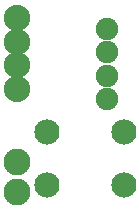
<source format=gts>
G04 MADE WITH FRITZING*
G04 WWW.FRITZING.ORG*
G04 DOUBLE SIDED*
G04 HOLES PLATED*
G04 CONTOUR ON CENTER OF CONTOUR VECTOR*
%ASAXBY*%
%FSLAX23Y23*%
%MOIN*%
%OFA0B0*%
%SFA1.0B1.0*%
%ADD10C,0.075000*%
%ADD11C,0.088000*%
%ADD12C,0.089370*%
%ADD13C,0.084000*%
%LNMASK1*%
G90*
G70*
G54D10*
X428Y650D03*
X428Y571D03*
X428Y493D03*
X428Y414D03*
G54D11*
X128Y450D03*
X128Y529D03*
X128Y607D03*
X128Y686D03*
G54D12*
X128Y207D03*
X128Y107D03*
G54D13*
X228Y307D03*
X484Y307D03*
X228Y129D03*
X484Y129D03*
X228Y307D03*
X484Y307D03*
X228Y129D03*
X484Y129D03*
G04 End of Mask1*
M02*
</source>
